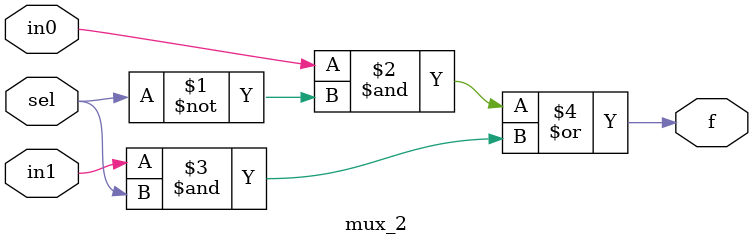
<source format=sv>
/***************************************************
* File: mux.v
* Author: Benjamin Morgan
* Class: EE 271
* Module: mux
* Description: A simple 2 to 1 multiplexor circuit
****************************************************/
module mux_2(f, in0, in1, sel);
output f;
input in0, in1, sel;
assign f = (in0 & ~sel) | (in1 & sel);
endmodule
</source>
